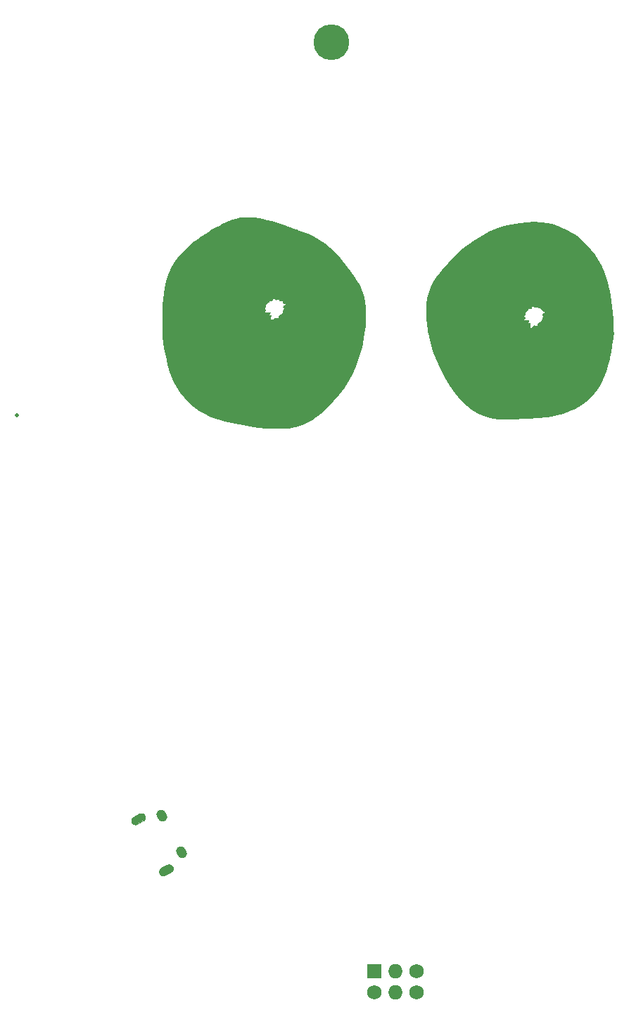
<source format=gbr>
%TF.GenerationSoftware,KiCad,Pcbnew,9.0.4*%
%TF.CreationDate,2025-09-26T18:44:48-06:00*%
%TF.ProjectId,crommeter,63726f6d-6d65-4746-9572-2e6b69636164,rev?*%
%TF.SameCoordinates,Original*%
%TF.FileFunction,Soldermask,Top*%
%TF.FilePolarity,Negative*%
%FSLAX46Y46*%
G04 Gerber Fmt 4.6, Leading zero omitted, Abs format (unit mm)*
G04 Created by KiCad (PCBNEW 9.0.4) date 2025-09-26 18:44:48*
%MOMM*%
%LPD*%
G01*
G04 APERTURE LIST*
G04 Aperture macros list*
%AMHorizOval*
0 Thick line with rounded ends*
0 $1 width*
0 $2 $3 position (X,Y) of the first rounded end (center of the circle)*
0 $4 $5 position (X,Y) of the second rounded end (center of the circle)*
0 Add line between two ends*
20,1,$1,$2,$3,$4,$5,0*
0 Add two circle primitives to create the rounded ends*
1,1,$1,$2,$3*
1,1,$1,$4,$5*%
G04 Aperture macros list end*
%ADD10C,0.000000*%
%ADD11C,0.010000*%
%ADD12C,4.300000*%
%ADD13R,1.727200X1.727200*%
%ADD14C,1.727200*%
%ADD15O,1.727200X1.727200*%
%ADD16C,0.500000*%
%ADD17HorizOval,1.154000X-0.083503X0.153793X0.083503X-0.153793X0*%
G04 APERTURE END LIST*
D10*
%TO.C,G\u002A\u002A\u002A*%
G36*
X154745502Y-66109396D02*
G01*
X155570803Y-66229238D01*
X156372696Y-66423431D01*
X157148601Y-66691237D01*
X157895939Y-67031920D01*
X158612128Y-67444741D01*
X159201809Y-67857387D01*
X159739961Y-68307489D01*
X160263617Y-68823844D01*
X160762795Y-69393459D01*
X161227511Y-70003341D01*
X161647782Y-70640496D01*
X162013624Y-71291930D01*
X162282983Y-71867560D01*
X162469906Y-72336104D01*
X162637628Y-72813782D01*
X162787380Y-73307571D01*
X162920391Y-73824444D01*
X163037889Y-74371376D01*
X163141105Y-74955342D01*
X163231267Y-75583317D01*
X163309604Y-76262276D01*
X163377347Y-76999192D01*
X163435724Y-77801041D01*
X163485965Y-78674797D01*
X163487264Y-78700312D01*
X163502402Y-79011467D01*
X163512328Y-79257686D01*
X163516841Y-79453247D01*
X163515739Y-79612429D01*
X163508821Y-79749512D01*
X163495886Y-79878775D01*
X163476734Y-80014498D01*
X163467979Y-80069531D01*
X163392470Y-80533771D01*
X163327796Y-80928476D01*
X163272393Y-81262511D01*
X163224699Y-81544743D01*
X163183151Y-81784037D01*
X163146187Y-81989258D01*
X163112242Y-82169273D01*
X163079755Y-82332947D01*
X163047163Y-82489145D01*
X163016732Y-82629374D01*
X162834483Y-83378391D01*
X162631265Y-84059214D01*
X162402930Y-84681224D01*
X162145334Y-85253798D01*
X161854330Y-85786316D01*
X161525773Y-86288155D01*
X161223877Y-86685265D01*
X160734650Y-87228445D01*
X160189415Y-87717461D01*
X159587520Y-88152680D01*
X158928316Y-88534467D01*
X158211152Y-88863189D01*
X157435376Y-89139212D01*
X156600339Y-89362900D01*
X156376596Y-89411872D01*
X155971169Y-89490377D01*
X155551273Y-89558392D01*
X155107342Y-89616822D01*
X154629809Y-89666574D01*
X154109108Y-89708551D01*
X153535672Y-89743659D01*
X152899935Y-89772802D01*
X152360312Y-89791798D01*
X151874247Y-89806856D01*
X151459656Y-89819234D01*
X151108683Y-89829039D01*
X150813477Y-89836377D01*
X150566182Y-89841356D01*
X150358946Y-89844082D01*
X150183915Y-89844661D01*
X150033236Y-89843200D01*
X149899056Y-89839806D01*
X149773520Y-89834584D01*
X149661562Y-89828418D01*
X148972005Y-89747649D01*
X148299079Y-89590260D01*
X147645294Y-89357740D01*
X147013158Y-89051577D01*
X146405180Y-88673259D01*
X145823870Y-88224275D01*
X145271737Y-87706114D01*
X144751289Y-87120264D01*
X144459013Y-86741980D01*
X143772920Y-85749345D01*
X143157754Y-84738347D01*
X142614873Y-83712051D01*
X142145640Y-82673522D01*
X141751414Y-81625826D01*
X141433557Y-80572028D01*
X141193429Y-79515192D01*
X141153435Y-79295624D01*
X141086747Y-78890839D01*
X141035507Y-78522349D01*
X140998001Y-78168928D01*
X140977223Y-77875753D01*
X152717499Y-77875753D01*
X152730989Y-77903109D01*
X152781023Y-77915916D01*
X152881943Y-77915456D01*
X153034999Y-77904165D01*
X153195041Y-77892321D01*
X153291320Y-77892153D01*
X153338794Y-77905172D01*
X153352421Y-77932890D01*
X153352499Y-77936265D01*
X153324284Y-78010475D01*
X153292968Y-78045468D01*
X153242024Y-78123828D01*
X153233437Y-78169390D01*
X153250488Y-78220595D01*
X153314918Y-78241534D01*
X153376645Y-78243906D01*
X153470172Y-78248674D01*
X153503628Y-78274331D01*
X153496224Y-78337910D01*
X153493789Y-78347754D01*
X153454973Y-78517279D01*
X153440380Y-78629040D01*
X153449016Y-78700536D01*
X153471480Y-78739901D01*
X153553164Y-78794099D01*
X153649744Y-78774452D01*
X153764547Y-78679956D01*
X153799698Y-78640781D01*
X153898128Y-78535200D01*
X153967736Y-78490136D01*
X154023617Y-78499982D01*
X154066874Y-78541562D01*
X154133496Y-78582664D01*
X154224259Y-78599442D01*
X154307197Y-78590779D01*
X154350345Y-78555560D01*
X154351131Y-78551484D01*
X154356564Y-78479395D01*
X154360899Y-78372722D01*
X154361053Y-78366949D01*
X154375846Y-78268029D01*
X154429627Y-78213591D01*
X154490666Y-78188355D01*
X154611363Y-78125945D01*
X154727341Y-78032853D01*
X154817304Y-77929854D01*
X154859954Y-77837721D01*
X154860928Y-77827187D01*
X154882335Y-77733251D01*
X154920155Y-77648593D01*
X154956519Y-77554643D01*
X154975209Y-77446937D01*
X154974749Y-77352063D01*
X154953662Y-77296610D01*
X154939999Y-77291406D01*
X154907593Y-77258218D01*
X154900312Y-77213216D01*
X154937567Y-77136442D01*
X155042900Y-77053845D01*
X155058756Y-77044544D01*
X155172887Y-76966549D01*
X155210406Y-76907082D01*
X155171281Y-76866787D01*
X155068983Y-76847317D01*
X154970157Y-76832193D01*
X154925077Y-76793876D01*
X154908117Y-76709614D01*
X154907570Y-76704020D01*
X154867342Y-76590962D01*
X154769310Y-76523460D01*
X154607965Y-76498051D01*
X154579246Y-76497656D01*
X154481317Y-76477572D01*
X154426737Y-76405253D01*
X154424062Y-76398437D01*
X154359259Y-76320902D01*
X154264230Y-76298370D01*
X154169919Y-76335261D01*
X154146249Y-76358749D01*
X154066561Y-76413583D01*
X153985433Y-76389426D01*
X153924318Y-76319062D01*
X153843188Y-76234115D01*
X153764407Y-76227442D01*
X153690262Y-76297943D01*
X153623037Y-76444516D01*
X153615312Y-76467890D01*
X153564440Y-76521658D01*
X153484936Y-76536394D01*
X153418139Y-76506047D01*
X153412030Y-76497656D01*
X153357630Y-76455228D01*
X153304277Y-76479904D01*
X153269334Y-76561109D01*
X153265717Y-76586779D01*
X153244041Y-76680489D01*
X153187536Y-76723803D01*
X153137411Y-76735607D01*
X153023737Y-76792322D01*
X152934720Y-76906286D01*
X152884843Y-77056025D01*
X152879150Y-77118488D01*
X152859138Y-77216870D01*
X152816718Y-77266070D01*
X152772244Y-77320114D01*
X152757187Y-77404976D01*
X152776153Y-77498960D01*
X152816718Y-77543883D01*
X152870459Y-77595501D01*
X152857749Y-77673278D01*
X152796874Y-77747812D01*
X152737098Y-77821202D01*
X152717499Y-77875753D01*
X140977223Y-77875753D01*
X140972517Y-77809344D01*
X140957343Y-77422370D01*
X140950767Y-76986777D01*
X140950155Y-76775468D01*
X140950854Y-76451054D01*
X140953536Y-76191945D01*
X140959076Y-75984080D01*
X140968351Y-75813397D01*
X140982238Y-75665834D01*
X141001612Y-75527330D01*
X141027350Y-75383823D01*
X141041239Y-75313876D01*
X141172215Y-74771304D01*
X141342320Y-74254614D01*
X141557227Y-73752680D01*
X141822608Y-73254379D01*
X142144134Y-72748587D01*
X142527477Y-72224179D01*
X142774937Y-71913749D01*
X143542389Y-71022235D01*
X144321820Y-70208313D01*
X145115273Y-69470825D01*
X145924791Y-68808612D01*
X146752417Y-68220517D01*
X147600192Y-67705381D01*
X148470160Y-67262046D01*
X149364363Y-66889353D01*
X150284845Y-66586145D01*
X151233647Y-66351262D01*
X152212812Y-66183547D01*
X153034999Y-66095710D01*
X153899374Y-66064640D01*
X154745502Y-66109396D01*
G37*
G36*
X119898462Y-65526082D02*
G01*
X120292812Y-65565789D01*
X120791475Y-65636515D01*
X121291645Y-65729091D01*
X121806567Y-65846853D01*
X122349487Y-65993137D01*
X122933651Y-66171278D01*
X123572304Y-66384614D01*
X123646405Y-66410356D01*
X123930581Y-66509401D01*
X124264219Y-66625651D01*
X124621817Y-66750223D01*
X124977870Y-66874232D01*
X125306876Y-66988795D01*
X125372812Y-67011750D01*
X125659316Y-67112996D01*
X125947297Y-67217467D01*
X126219698Y-67318779D01*
X126459464Y-67410547D01*
X126649540Y-67486386D01*
X126719919Y-67516036D01*
X127410750Y-67849255D01*
X128081775Y-68242467D01*
X128735619Y-68698120D01*
X129374908Y-69218659D01*
X130002266Y-69806533D01*
X130620320Y-70464187D01*
X131231694Y-71194069D01*
X131839015Y-71998625D01*
X132395590Y-72805610D01*
X132656143Y-73211217D01*
X132870712Y-73575519D01*
X133047174Y-73915516D01*
X133193412Y-74248202D01*
X133317304Y-74590574D01*
X133426731Y-74959630D01*
X133468567Y-75119916D01*
X133589109Y-75715665D01*
X133666134Y-76372314D01*
X133699667Y-77084398D01*
X133689729Y-77846448D01*
X133636344Y-78652996D01*
X133539535Y-79498576D01*
X133447714Y-80100225D01*
X133226869Y-81194644D01*
X132938316Y-82247726D01*
X132582300Y-83259088D01*
X132159062Y-84228347D01*
X131668849Y-85155122D01*
X131111902Y-86039029D01*
X130488466Y-86879686D01*
X129798783Y-87676710D01*
X129043099Y-88429719D01*
X128221656Y-89138331D01*
X127334698Y-89802162D01*
X127218280Y-89882626D01*
X126723547Y-90195582D01*
X126240726Y-90444400D01*
X125750303Y-90636342D01*
X125232766Y-90778672D01*
X124668604Y-90878651D01*
X124478235Y-90902521D01*
X124323685Y-90914634D01*
X124103812Y-90924125D01*
X123832624Y-90931008D01*
X123524131Y-90935297D01*
X123192340Y-90937004D01*
X122851259Y-90936143D01*
X122514898Y-90932728D01*
X122197264Y-90926771D01*
X121912366Y-90918286D01*
X121674212Y-90907286D01*
X121562812Y-90899743D01*
X120883132Y-90832291D01*
X120134808Y-90732738D01*
X119321509Y-90601713D01*
X118446903Y-90439842D01*
X117514659Y-90247756D01*
X116720937Y-90070706D01*
X115853192Y-89836837D01*
X115041973Y-89547373D01*
X114286453Y-89201595D01*
X113585810Y-88798785D01*
X112939217Y-88338226D01*
X112345851Y-87819198D01*
X111804888Y-87240984D01*
X111315502Y-86602864D01*
X110876870Y-85904122D01*
X110488167Y-85144038D01*
X110161145Y-84355781D01*
X109988320Y-83847534D01*
X109822974Y-83273918D01*
X109668070Y-82648810D01*
X109526570Y-81986089D01*
X109401438Y-81299632D01*
X109295636Y-80603316D01*
X109212128Y-79911018D01*
X109212103Y-79910781D01*
X109195841Y-79702361D01*
X109182648Y-79427943D01*
X109172521Y-79100845D01*
X109165456Y-78734383D01*
X109161450Y-78341876D01*
X109160503Y-77936641D01*
X109162610Y-77531996D01*
X109167768Y-77141258D01*
X109172113Y-76948837D01*
X121523124Y-76948837D01*
X121532687Y-76994370D01*
X121575146Y-77009459D01*
X121671152Y-76999970D01*
X121691796Y-76996734D01*
X121899578Y-76964304D01*
X122041503Y-76945167D01*
X122129908Y-76938969D01*
X122177127Y-76945356D01*
X122195497Y-76963974D01*
X122197812Y-76982204D01*
X122170427Y-77051306D01*
X122118437Y-77112812D01*
X122049084Y-77198615D01*
X122051096Y-77260064D01*
X122122928Y-77289778D01*
X122155782Y-77291406D01*
X122250393Y-77302259D01*
X122295348Y-77344783D01*
X122297553Y-77433922D01*
X122273743Y-77546606D01*
X122246306Y-77699851D01*
X122260675Y-77793750D01*
X122321035Y-77838849D01*
X122392984Y-77847031D01*
X122492977Y-77825336D01*
X122583507Y-77749668D01*
X122617221Y-77708124D01*
X122713313Y-77610402D01*
X122800922Y-77571521D01*
X122867058Y-77595304D01*
X122886851Y-77628749D01*
X122941235Y-77675941D01*
X123030127Y-77685205D01*
X123118273Y-77656474D01*
X123149884Y-77629265D01*
X123179679Y-77541099D01*
X123172878Y-77466718D01*
X123173588Y-77352229D01*
X123230957Y-77274551D01*
X123312585Y-77251718D01*
X123387489Y-77224626D01*
X123483769Y-77157423D01*
X123577831Y-77071220D01*
X123646084Y-76987129D01*
X123666249Y-76935260D01*
X123680759Y-76867590D01*
X123718109Y-76756037D01*
X123752565Y-76667967D01*
X123799894Y-76547463D01*
X123816469Y-76475066D01*
X123804005Y-76426450D01*
X123772409Y-76386263D01*
X123716352Y-76303929D01*
X123723172Y-76235170D01*
X123797741Y-76162697D01*
X123844351Y-76130911D01*
X123947103Y-76052553D01*
X123975580Y-75994124D01*
X123930133Y-75948512D01*
X123854765Y-75920472D01*
X123762082Y-75878868D01*
X123718557Y-75807258D01*
X123705937Y-75743593D01*
X123690058Y-75661737D01*
X123658002Y-75619123D01*
X123587491Y-75600674D01*
X123483246Y-75592882D01*
X123356562Y-75579459D01*
X123284354Y-75550771D01*
X123241839Y-75495876D01*
X123236050Y-75483741D01*
X123173348Y-75416227D01*
X123082371Y-75384776D01*
X122993641Y-75393253D01*
X122937681Y-75445524D01*
X122937522Y-75445937D01*
X122889679Y-75500554D01*
X122823359Y-75484938D01*
X122749777Y-75402465D01*
X122739906Y-75386406D01*
X122664897Y-75290189D01*
X122594983Y-75268137D01*
X122527456Y-75321687D01*
X122459609Y-75452275D01*
X122421970Y-75555077D01*
X122370310Y-75608864D01*
X122290495Y-75623554D01*
X122223694Y-75593150D01*
X122217655Y-75584843D01*
X122163262Y-75542399D01*
X122109931Y-75567076D01*
X122074984Y-75648303D01*
X122071342Y-75674140D01*
X122051168Y-75765982D01*
X121996815Y-75808322D01*
X121929060Y-75822968D01*
X121806162Y-75878844D01*
X121720313Y-75993639D01*
X121682676Y-76151237D01*
X121681874Y-76179833D01*
X121661488Y-76279202D01*
X121622343Y-76338906D01*
X121575116Y-76415670D01*
X121562812Y-76483917D01*
X121584840Y-76566480D01*
X121622343Y-76602366D01*
X121674049Y-76655918D01*
X121672769Y-76735560D01*
X121621222Y-76810842D01*
X121602499Y-76824366D01*
X121539601Y-76892993D01*
X121523124Y-76948837D01*
X109172113Y-76948837D01*
X109175976Y-76777744D01*
X109187230Y-76454772D01*
X109201529Y-76185660D01*
X109212891Y-76041249D01*
X109286797Y-75330628D01*
X109367598Y-74694582D01*
X109456047Y-74128547D01*
X109552895Y-73627960D01*
X109658896Y-73188259D01*
X109716761Y-72985860D01*
X109992192Y-72209974D01*
X110336485Y-71472839D01*
X110749914Y-70774073D01*
X111232757Y-70113293D01*
X111785289Y-69490116D01*
X112407787Y-68904159D01*
X113010155Y-68421625D01*
X113397833Y-68141418D01*
X113814705Y-67855298D01*
X114251960Y-67568331D01*
X114700789Y-67285584D01*
X115152380Y-67012123D01*
X115597922Y-66753014D01*
X116028607Y-66513323D01*
X116435622Y-66298118D01*
X116810157Y-66112463D01*
X117143403Y-65961426D01*
X117426548Y-65850072D01*
X117554374Y-65808559D01*
X118067222Y-65671471D01*
X118536094Y-65576626D01*
X118982951Y-65522078D01*
X119429754Y-65505878D01*
X119898462Y-65526082D01*
G37*
D11*
%TO.C,J1*%
X106633116Y-137222191D02*
X106658654Y-137223118D01*
X106684267Y-137226281D01*
X106709000Y-137229920D01*
X106734688Y-137235317D01*
X106758619Y-137241667D01*
X106783503Y-137249777D01*
X106806631Y-137258841D01*
X106830234Y-137268781D01*
X106852558Y-137280556D01*
X106875360Y-137293210D01*
X106896881Y-137307697D01*
X106917522Y-137322661D01*
X106937285Y-137338103D01*
X106955768Y-137355376D01*
X106973847Y-137374008D01*
X106991048Y-137393115D01*
X107007373Y-137412700D01*
X107021938Y-137433239D01*
X107035623Y-137454254D01*
X107048909Y-137476628D01*
X107060437Y-137499953D01*
X107070608Y-137522877D01*
X107079900Y-137546280D01*
X107087435Y-137570635D01*
X107094091Y-137595468D01*
X107099870Y-137620779D01*
X107104291Y-137645688D01*
X107106477Y-137670674D01*
X107107785Y-137696135D01*
X107108214Y-137722073D01*
X107106407Y-137748088D01*
X107104124Y-137773222D01*
X107099605Y-137798434D01*
X107094610Y-137822765D01*
X107087858Y-137848053D01*
X107080151Y-137871580D01*
X107070686Y-137896065D01*
X107060268Y-137918790D01*
X107048969Y-137941991D01*
X107035839Y-137963914D01*
X107022230Y-137984958D01*
X107007266Y-138005598D01*
X106990946Y-138025839D01*
X106974150Y-138045200D01*
X106956397Y-138062803D01*
X106937290Y-138080006D01*
X106917230Y-138095449D01*
X106896289Y-138111370D01*
X106875272Y-138125057D01*
X106853302Y-138136986D01*
X106171340Y-138507261D01*
X106149370Y-138519190D01*
X106126444Y-138529362D01*
X106101686Y-138538252D01*
X106077808Y-138546666D01*
X106052974Y-138553323D01*
X106028542Y-138558623D01*
X106003157Y-138562165D01*
X105977293Y-138564829D01*
X105951831Y-138566136D01*
X105926772Y-138566089D01*
X105901235Y-138565162D01*
X105875622Y-138561999D01*
X105850887Y-138558360D01*
X105825199Y-138552963D01*
X105801270Y-138546613D01*
X105776386Y-138538502D01*
X105753260Y-138529441D01*
X105729654Y-138519499D01*
X105707332Y-138507724D01*
X105684528Y-138495070D01*
X105663009Y-138480583D01*
X105642367Y-138465619D01*
X105622604Y-138450177D01*
X105604122Y-138432904D01*
X105586042Y-138414273D01*
X105568840Y-138395167D01*
X105552516Y-138375580D01*
X105537951Y-138355042D01*
X105524264Y-138334026D01*
X105510980Y-138311654D01*
X105499452Y-138288328D01*
X105489280Y-138265402D01*
X105479989Y-138242000D01*
X105472453Y-138217645D01*
X105465798Y-138192812D01*
X105460020Y-138167500D01*
X105455600Y-138142591D01*
X105453412Y-138117608D01*
X105452105Y-138092145D01*
X105451675Y-138066208D01*
X105453482Y-138040193D01*
X105455764Y-138015057D01*
X105460283Y-137989847D01*
X105465278Y-137965515D01*
X105472030Y-137940230D01*
X105479739Y-137916700D01*
X105489202Y-137892217D01*
X105499622Y-137869492D01*
X105510919Y-137846289D01*
X105524050Y-137824366D01*
X105537658Y-137803324D01*
X105552622Y-137782682D01*
X105568942Y-137762442D01*
X105585738Y-137743080D01*
X105603491Y-137725477D01*
X105622599Y-137708274D01*
X105642659Y-137692831D01*
X105663600Y-137676910D01*
X105684617Y-137663223D01*
X105706587Y-137651293D01*
X106387870Y-137280818D01*
X106388550Y-137281018D01*
X106410519Y-137269091D01*
X106433444Y-137258920D01*
X106458203Y-137250027D01*
X106482080Y-137241614D01*
X106506914Y-137234958D01*
X106531347Y-137229658D01*
X106556733Y-137226116D01*
X106582595Y-137223452D01*
X106608057Y-137222144D01*
X106633116Y-137222191D01*
G36*
X106633116Y-137222191D02*
G01*
X106658654Y-137223118D01*
X106684267Y-137226281D01*
X106709000Y-137229920D01*
X106734688Y-137235317D01*
X106758619Y-137241667D01*
X106783503Y-137249777D01*
X106806631Y-137258841D01*
X106830234Y-137268781D01*
X106852558Y-137280556D01*
X106875360Y-137293210D01*
X106896881Y-137307697D01*
X106917522Y-137322661D01*
X106937285Y-137338103D01*
X106955768Y-137355376D01*
X106973847Y-137374008D01*
X106991048Y-137393115D01*
X107007373Y-137412700D01*
X107021938Y-137433239D01*
X107035623Y-137454254D01*
X107048909Y-137476628D01*
X107060437Y-137499953D01*
X107070608Y-137522877D01*
X107079900Y-137546280D01*
X107087435Y-137570635D01*
X107094091Y-137595468D01*
X107099870Y-137620779D01*
X107104291Y-137645688D01*
X107106477Y-137670674D01*
X107107785Y-137696135D01*
X107108214Y-137722073D01*
X107106407Y-137748088D01*
X107104124Y-137773222D01*
X107099605Y-137798434D01*
X107094610Y-137822765D01*
X107087858Y-137848053D01*
X107080151Y-137871580D01*
X107070686Y-137896065D01*
X107060268Y-137918790D01*
X107048969Y-137941991D01*
X107035839Y-137963914D01*
X107022230Y-137984958D01*
X107007266Y-138005598D01*
X106990946Y-138025839D01*
X106974150Y-138045200D01*
X106956397Y-138062803D01*
X106937290Y-138080006D01*
X106917230Y-138095449D01*
X106896289Y-138111370D01*
X106875272Y-138125057D01*
X106853302Y-138136986D01*
X106171340Y-138507261D01*
X106149370Y-138519190D01*
X106126444Y-138529362D01*
X106101686Y-138538252D01*
X106077808Y-138546666D01*
X106052974Y-138553323D01*
X106028542Y-138558623D01*
X106003157Y-138562165D01*
X105977293Y-138564829D01*
X105951831Y-138566136D01*
X105926772Y-138566089D01*
X105901235Y-138565162D01*
X105875622Y-138561999D01*
X105850887Y-138558360D01*
X105825199Y-138552963D01*
X105801270Y-138546613D01*
X105776386Y-138538502D01*
X105753260Y-138529441D01*
X105729654Y-138519499D01*
X105707332Y-138507724D01*
X105684528Y-138495070D01*
X105663009Y-138480583D01*
X105642367Y-138465619D01*
X105622604Y-138450177D01*
X105604122Y-138432904D01*
X105586042Y-138414273D01*
X105568840Y-138395167D01*
X105552516Y-138375580D01*
X105537951Y-138355042D01*
X105524264Y-138334026D01*
X105510980Y-138311654D01*
X105499452Y-138288328D01*
X105489280Y-138265402D01*
X105479989Y-138242000D01*
X105472453Y-138217645D01*
X105465798Y-138192812D01*
X105460020Y-138167500D01*
X105455600Y-138142591D01*
X105453412Y-138117608D01*
X105452105Y-138092145D01*
X105451675Y-138066208D01*
X105453482Y-138040193D01*
X105455764Y-138015057D01*
X105460283Y-137989847D01*
X105465278Y-137965515D01*
X105472030Y-137940230D01*
X105479739Y-137916700D01*
X105489202Y-137892217D01*
X105499622Y-137869492D01*
X105510919Y-137846289D01*
X105524050Y-137824366D01*
X105537658Y-137803324D01*
X105552622Y-137782682D01*
X105568942Y-137762442D01*
X105585738Y-137743080D01*
X105603491Y-137725477D01*
X105622599Y-137708274D01*
X105642659Y-137692831D01*
X105663600Y-137676910D01*
X105684617Y-137663223D01*
X105706587Y-137651293D01*
X106387870Y-137280818D01*
X106388550Y-137281018D01*
X106410519Y-137269091D01*
X106433444Y-137258920D01*
X106458203Y-137250027D01*
X106482080Y-137241614D01*
X106506914Y-137234958D01*
X106531347Y-137229658D01*
X106556733Y-137226116D01*
X106582595Y-137223452D01*
X106608057Y-137222144D01*
X106633116Y-137222191D01*
G37*
X109973228Y-143373911D02*
X109998765Y-143374838D01*
X110024378Y-143378001D01*
X110049113Y-143381640D01*
X110074801Y-143387037D01*
X110098730Y-143393387D01*
X110123614Y-143401498D01*
X110146740Y-143410559D01*
X110170346Y-143420501D01*
X110192668Y-143432276D01*
X110215472Y-143444930D01*
X110236991Y-143459417D01*
X110257633Y-143474381D01*
X110277396Y-143489823D01*
X110295878Y-143507096D01*
X110313958Y-143525727D01*
X110331160Y-143544833D01*
X110347484Y-143564420D01*
X110362049Y-143584958D01*
X110375736Y-143605974D01*
X110389020Y-143628346D01*
X110400548Y-143651672D01*
X110410720Y-143674598D01*
X110420011Y-143698000D01*
X110427547Y-143722355D01*
X110434202Y-143747188D01*
X110439980Y-143772500D01*
X110444400Y-143797409D01*
X110446588Y-143822392D01*
X110447895Y-143847855D01*
X110448325Y-143873792D01*
X110446518Y-143899807D01*
X110444236Y-143924943D01*
X110439717Y-143950153D01*
X110434722Y-143974485D01*
X110427970Y-143999770D01*
X110420261Y-144023300D01*
X110410798Y-144047783D01*
X110400378Y-144070508D01*
X110389081Y-144093711D01*
X110375950Y-144115634D01*
X110362342Y-144136676D01*
X110347378Y-144157318D01*
X110331058Y-144177558D01*
X110314262Y-144196920D01*
X110296509Y-144214523D01*
X110277401Y-144231726D01*
X110257341Y-144247169D01*
X110236400Y-144263090D01*
X110215383Y-144276777D01*
X110193413Y-144288707D01*
X109511450Y-144658982D01*
X109489481Y-144670909D01*
X109466556Y-144681080D01*
X109441797Y-144689973D01*
X109417920Y-144698386D01*
X109393086Y-144705042D01*
X109368653Y-144710342D01*
X109343267Y-144713884D01*
X109317405Y-144716548D01*
X109291943Y-144717856D01*
X109266884Y-144717809D01*
X109241346Y-144716882D01*
X109215733Y-144713719D01*
X109191000Y-144710080D01*
X109165312Y-144704683D01*
X109141381Y-144698333D01*
X109116497Y-144690223D01*
X109093369Y-144681159D01*
X109069766Y-144671219D01*
X109047442Y-144659444D01*
X109024640Y-144646790D01*
X109003119Y-144632303D01*
X108982478Y-144617339D01*
X108962715Y-144601897D01*
X108944232Y-144584624D01*
X108926153Y-144565992D01*
X108908952Y-144546885D01*
X108892627Y-144527300D01*
X108878062Y-144506761D01*
X108864377Y-144485746D01*
X108851091Y-144463372D01*
X108839563Y-144440047D01*
X108829392Y-144417123D01*
X108820100Y-144393720D01*
X108812565Y-144369365D01*
X108805909Y-144344532D01*
X108800130Y-144319221D01*
X108795709Y-144294312D01*
X108793523Y-144269326D01*
X108792215Y-144243865D01*
X108791786Y-144217927D01*
X108793593Y-144191912D01*
X108795876Y-144166778D01*
X108800395Y-144141566D01*
X108805390Y-144117235D01*
X108812142Y-144091947D01*
X108819849Y-144068420D01*
X108829314Y-144043935D01*
X108839732Y-144021210D01*
X108851031Y-143998009D01*
X108864161Y-143976086D01*
X108877770Y-143955042D01*
X108892734Y-143934402D01*
X108909054Y-143914161D01*
X108925850Y-143894800D01*
X108943603Y-143877197D01*
X108962710Y-143859994D01*
X108982770Y-143844551D01*
X109003711Y-143828630D01*
X109024728Y-143814943D01*
X109046698Y-143803014D01*
X109727983Y-143432538D01*
X109728660Y-143432739D01*
X109750630Y-143420810D01*
X109773556Y-143410638D01*
X109798314Y-143401748D01*
X109822192Y-143393334D01*
X109847026Y-143386677D01*
X109871458Y-143381377D01*
X109896843Y-143377835D01*
X109922707Y-143375171D01*
X109948169Y-143373864D01*
X109973228Y-143373911D01*
G36*
X109973228Y-143373911D02*
G01*
X109998765Y-143374838D01*
X110024378Y-143378001D01*
X110049113Y-143381640D01*
X110074801Y-143387037D01*
X110098730Y-143393387D01*
X110123614Y-143401498D01*
X110146740Y-143410559D01*
X110170346Y-143420501D01*
X110192668Y-143432276D01*
X110215472Y-143444930D01*
X110236991Y-143459417D01*
X110257633Y-143474381D01*
X110277396Y-143489823D01*
X110295878Y-143507096D01*
X110313958Y-143525727D01*
X110331160Y-143544833D01*
X110347484Y-143564420D01*
X110362049Y-143584958D01*
X110375736Y-143605974D01*
X110389020Y-143628346D01*
X110400548Y-143651672D01*
X110410720Y-143674598D01*
X110420011Y-143698000D01*
X110427547Y-143722355D01*
X110434202Y-143747188D01*
X110439980Y-143772500D01*
X110444400Y-143797409D01*
X110446588Y-143822392D01*
X110447895Y-143847855D01*
X110448325Y-143873792D01*
X110446518Y-143899807D01*
X110444236Y-143924943D01*
X110439717Y-143950153D01*
X110434722Y-143974485D01*
X110427970Y-143999770D01*
X110420261Y-144023300D01*
X110410798Y-144047783D01*
X110400378Y-144070508D01*
X110389081Y-144093711D01*
X110375950Y-144115634D01*
X110362342Y-144136676D01*
X110347378Y-144157318D01*
X110331058Y-144177558D01*
X110314262Y-144196920D01*
X110296509Y-144214523D01*
X110277401Y-144231726D01*
X110257341Y-144247169D01*
X110236400Y-144263090D01*
X110215383Y-144276777D01*
X110193413Y-144288707D01*
X109511450Y-144658982D01*
X109489481Y-144670909D01*
X109466556Y-144681080D01*
X109441797Y-144689973D01*
X109417920Y-144698386D01*
X109393086Y-144705042D01*
X109368653Y-144710342D01*
X109343267Y-144713884D01*
X109317405Y-144716548D01*
X109291943Y-144717856D01*
X109266884Y-144717809D01*
X109241346Y-144716882D01*
X109215733Y-144713719D01*
X109191000Y-144710080D01*
X109165312Y-144704683D01*
X109141381Y-144698333D01*
X109116497Y-144690223D01*
X109093369Y-144681159D01*
X109069766Y-144671219D01*
X109047442Y-144659444D01*
X109024640Y-144646790D01*
X109003119Y-144632303D01*
X108982478Y-144617339D01*
X108962715Y-144601897D01*
X108944232Y-144584624D01*
X108926153Y-144565992D01*
X108908952Y-144546885D01*
X108892627Y-144527300D01*
X108878062Y-144506761D01*
X108864377Y-144485746D01*
X108851091Y-144463372D01*
X108839563Y-144440047D01*
X108829392Y-144417123D01*
X108820100Y-144393720D01*
X108812565Y-144369365D01*
X108805909Y-144344532D01*
X108800130Y-144319221D01*
X108795709Y-144294312D01*
X108793523Y-144269326D01*
X108792215Y-144243865D01*
X108791786Y-144217927D01*
X108793593Y-144191912D01*
X108795876Y-144166778D01*
X108800395Y-144141566D01*
X108805390Y-144117235D01*
X108812142Y-144091947D01*
X108819849Y-144068420D01*
X108829314Y-144043935D01*
X108839732Y-144021210D01*
X108851031Y-143998009D01*
X108864161Y-143976086D01*
X108877770Y-143955042D01*
X108892734Y-143934402D01*
X108909054Y-143914161D01*
X108925850Y-143894800D01*
X108943603Y-143877197D01*
X108962710Y-143859994D01*
X108982770Y-143844551D01*
X109003711Y-143828630D01*
X109024728Y-143814943D01*
X109046698Y-143803014D01*
X109727983Y-143432538D01*
X109728660Y-143432739D01*
X109750630Y-143420810D01*
X109773556Y-143410638D01*
X109798314Y-143401748D01*
X109822192Y-143393334D01*
X109847026Y-143386677D01*
X109871458Y-143381377D01*
X109896843Y-143377835D01*
X109922707Y-143375171D01*
X109948169Y-143373864D01*
X109973228Y-143373911D01*
G37*
%TD*%
D12*
%TO.C,H1*%
X129540000Y-44450000D03*
%TD*%
D13*
%TO.C,X1*%
X134680000Y-156230000D03*
D14*
X134680000Y-158770000D03*
D15*
X137220000Y-156230000D03*
X137220000Y-158770000D03*
D14*
X139760000Y-156230000D03*
X139760000Y-158770000D03*
%TD*%
D16*
%TO.C,MK1*%
X91694000Y-89356000D03*
%TD*%
D17*
%TO.C,J1*%
X111515704Y-141878715D03*
X109129909Y-137484629D03*
%TD*%
M02*

</source>
